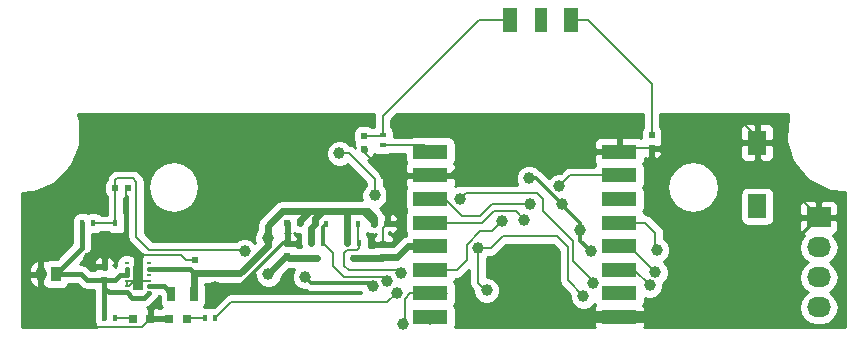
<source format=gbr>
G04 #@! TF.FileFunction,Copper,L1,Top,Signal*
%FSLAX46Y46*%
G04 Gerber Fmt 4.6, Leading zero omitted, Abs format (unit mm)*
G04 Created by KiCad (PCBNEW 4.0.5+dfsg1-4~bpo8+1) date Mon Dec 18 16:44:26 2017*
%MOMM*%
%LPD*%
G01*
G04 APERTURE LIST*
%ADD10C,0.100000*%
%ADD11C,1.000000*%
%ADD12R,3.000000X1.300000*%
%ADD13R,0.400000X0.600000*%
%ADD14R,1.200000X2.000000*%
%ADD15R,1.100000X2.000000*%
%ADD16R,0.950000X1.250000*%
%ADD17O,0.950000X1.250000*%
%ADD18R,0.500000X0.600000*%
%ADD19R,0.600000X0.500000*%
%ADD20R,0.797560X0.797560*%
%ADD21R,0.700000X1.300000*%
%ADD22R,0.400000X0.510000*%
%ADD23R,0.600000X0.400000*%
%ADD24R,1.600000X2.000000*%
%ADD25R,2.032000X1.727200*%
%ADD26O,2.032000X1.727200*%
%ADD27O,0.500000X0.250000*%
%ADD28R,0.900000X2.000000*%
%ADD29C,0.200000*%
%ADD30C,0.400000*%
%ADD31C,0.300000*%
%ADD32C,1.000000*%
%ADD33C,0.600000*%
%ADD34C,0.800000*%
%ADD35C,0.254000*%
G04 APERTURE END LIST*
D10*
D11*
X180000000Y-110100000D03*
X178200000Y-110100000D03*
X176300000Y-110100000D03*
X137700000Y-110000000D03*
X135700000Y-110000000D03*
X133700000Y-110000000D03*
D12*
X171640000Y-112480000D03*
X171640000Y-114480000D03*
X171640000Y-116480000D03*
X171640000Y-118480000D03*
X171640000Y-120480000D03*
X171640000Y-122480000D03*
X171640000Y-124480000D03*
X171640000Y-126480000D03*
X155640000Y-126480000D03*
X155640000Y-124480000D03*
X155640000Y-122480000D03*
X155640000Y-120480000D03*
X155640000Y-118480000D03*
X155640000Y-116480000D03*
X155640000Y-114480000D03*
X155640000Y-112480000D03*
D13*
X149510000Y-118580000D03*
X148610000Y-118580000D03*
D11*
X166100000Y-112800000D03*
X165500000Y-121300000D03*
X184800000Y-123400000D03*
X126900000Y-111600000D03*
X126800000Y-113200000D03*
X125800000Y-115000000D03*
X122600000Y-118300000D03*
X122600000Y-120100000D03*
X124500000Y-116600000D03*
X122600000Y-116600000D03*
X153100000Y-110100000D03*
X181400000Y-124900000D03*
X176800000Y-124900000D03*
X179100000Y-124900000D03*
X127000000Y-110000000D03*
X164000000Y-123000000D03*
X129300000Y-110000000D03*
X172500000Y-110100000D03*
X131500000Y-110000000D03*
X164000000Y-121400000D03*
D14*
X162420000Y-101340000D03*
X167520000Y-101340000D03*
D15*
X164970000Y-101340000D03*
D16*
X123920000Y-122840000D03*
D17*
X122670000Y-122840000D03*
D18*
X128020000Y-123340000D03*
X128020000Y-122240000D03*
X135670000Y-122740000D03*
X135670000Y-121640000D03*
X174370000Y-111090000D03*
X174370000Y-112190000D03*
X150020000Y-111160000D03*
X150020000Y-112260000D03*
X151650000Y-121410000D03*
X151650000Y-120310000D03*
D19*
X150880000Y-118570000D03*
X151980000Y-118570000D03*
D18*
X143520000Y-121340000D03*
X143520000Y-120240000D03*
D19*
X144620000Y-118530000D03*
X143520000Y-118530000D03*
X128970000Y-115540000D03*
X130070000Y-115540000D03*
D20*
X135019300Y-126640000D03*
X133520700Y-126640000D03*
X130420700Y-126640000D03*
X131919300Y-126640000D03*
D21*
X133710000Y-124540000D03*
X135610000Y-124540000D03*
D22*
X149610000Y-120210000D03*
X148610000Y-120210000D03*
X149110000Y-121510000D03*
X146520000Y-120190000D03*
X145520000Y-120190000D03*
X146020000Y-121490000D03*
D13*
X126170000Y-118540000D03*
X127070000Y-118540000D03*
X128970000Y-118540000D03*
X129870000Y-118540000D03*
X137420000Y-126540000D03*
X136520000Y-126540000D03*
X128020000Y-126540000D03*
X128920000Y-126540000D03*
D23*
X151610000Y-111950000D03*
X151610000Y-111050000D03*
D13*
X146770000Y-118570000D03*
X145870000Y-118570000D03*
D24*
X183300000Y-111700000D03*
X183300000Y-117100000D03*
D25*
X188520000Y-118040000D03*
D26*
X188520000Y-120580000D03*
X188520000Y-123120000D03*
X188520000Y-125660000D03*
D11*
X183600000Y-124900000D03*
D27*
X131820000Y-124390000D03*
X131820000Y-123890000D03*
X131820000Y-123390000D03*
X131820000Y-122890000D03*
X131820000Y-122390000D03*
X131820000Y-121890000D03*
X129920000Y-121890000D03*
X129920000Y-122390000D03*
X129920000Y-122890000D03*
X129920000Y-123390000D03*
X129920000Y-123890000D03*
X129920000Y-124390000D03*
D28*
X130870000Y-123140000D03*
D11*
X126700000Y-121500000D03*
X162400000Y-113800000D03*
X158440000Y-125460000D03*
X165690000Y-123000000D03*
X172540000Y-112490000D03*
X161670000Y-111980000D03*
X151770000Y-114340000D03*
X137380000Y-123970000D03*
X169200000Y-120900000D03*
X145040000Y-123080000D03*
X150740000Y-123860000D03*
X168330000Y-119070000D03*
X166780000Y-116930000D03*
X164000000Y-114700000D03*
X141870000Y-119810000D03*
X141910000Y-122850000D03*
X183290000Y-117060000D03*
X168600000Y-124710000D03*
X159670000Y-120640000D03*
X160400000Y-124200000D03*
X153170000Y-122710000D03*
X151970000Y-123430000D03*
X139910000Y-120910000D03*
X152800000Y-124400000D03*
X150940000Y-116160000D03*
X147930000Y-112610000D03*
X163560000Y-118220000D03*
X174700000Y-122700000D03*
X164040000Y-116880000D03*
X166570000Y-115410000D03*
X155600000Y-126650000D03*
X171650000Y-124480000D03*
X174200000Y-123800000D03*
X174800000Y-120800000D03*
X153280000Y-127070000D03*
X161730000Y-118340000D03*
X169410000Y-123590000D03*
X158160000Y-116460000D03*
D29*
X151610000Y-111050000D02*
X151610000Y-109490000D01*
X159760000Y-101340000D02*
X162420000Y-101340000D01*
X151610000Y-109490000D02*
X159760000Y-101340000D01*
X150020000Y-111160000D02*
X151500000Y-111160000D01*
X151500000Y-111160000D02*
X151610000Y-111050000D01*
X167520000Y-101340000D02*
X168970000Y-101340000D01*
X174370000Y-106740000D02*
X174370000Y-111090000D01*
X168970000Y-101340000D02*
X174370000Y-106740000D01*
D30*
X123920000Y-122840000D02*
X126070000Y-122840000D01*
X126570000Y-123340000D02*
X128020000Y-123340000D01*
X126070000Y-122840000D02*
X126570000Y-123340000D01*
X126170000Y-118540000D02*
X126170000Y-120590000D01*
X126170000Y-120590000D02*
X123920000Y-122840000D01*
X128020000Y-126540000D02*
X128020000Y-123340000D01*
X129920000Y-124390000D02*
X128410000Y-124390000D01*
X128410000Y-124390000D02*
X128020000Y-124000000D01*
D29*
X128020000Y-124000000D02*
X128020000Y-123340000D01*
X131820000Y-124390000D02*
X131820000Y-124470000D01*
D30*
X131820000Y-124470000D02*
X131410000Y-124880000D01*
X131410000Y-124880000D02*
X130410000Y-124880000D01*
X130410000Y-124880000D02*
X129920000Y-124390000D01*
X129920000Y-122390000D02*
X129920000Y-122890000D01*
X128020000Y-123340000D02*
X128910000Y-123340000D01*
X129360000Y-122890000D02*
X129920000Y-122890000D01*
X128910000Y-123340000D02*
X129360000Y-122890000D01*
D31*
X143520000Y-120240000D02*
X143160000Y-120240000D01*
X139430000Y-123970000D02*
X137380000Y-123970000D01*
X143160000Y-120240000D02*
X139430000Y-123970000D01*
D29*
X128020000Y-122240000D02*
X127440000Y-122240000D01*
X127440000Y-122240000D02*
X126700000Y-121500000D01*
X161670000Y-113070000D02*
X161670000Y-111980000D01*
X162400000Y-113800000D02*
X161670000Y-113070000D01*
D32*
X171640000Y-126480000D02*
X180080000Y-126480000D01*
X171640000Y-126480000D02*
X159460000Y-126480000D01*
X159460000Y-126480000D02*
X158440000Y-125460000D01*
D33*
X180200000Y-126400000D02*
X180200000Y-126360000D01*
X180160000Y-126400000D02*
X180200000Y-126400000D01*
X180080000Y-126480000D02*
X180160000Y-126400000D01*
D31*
X165690000Y-123000000D02*
X165690000Y-125810000D01*
X165690000Y-125810000D02*
X166360000Y-126480000D01*
X158440000Y-125460000D02*
X159460000Y-126480000D01*
X159460000Y-126480000D02*
X163500000Y-126480000D01*
X165600000Y-126480000D02*
X166360000Y-126480000D01*
X163500000Y-126480000D02*
X165600000Y-126480000D01*
X166360000Y-126480000D02*
X171640000Y-126480000D01*
X180200000Y-126360000D02*
X188520000Y-118040000D01*
D29*
X172540000Y-112490000D02*
X172530000Y-112480000D01*
X172530000Y-112480000D02*
X171640000Y-112480000D01*
X174370000Y-112190000D02*
X171930000Y-112190000D01*
X171930000Y-112190000D02*
X171640000Y-112480000D01*
X183300000Y-111700000D02*
X183300000Y-111220000D01*
X183300000Y-111220000D02*
X182020000Y-109940000D01*
X175090000Y-112190000D02*
X174370000Y-112190000D01*
X175320000Y-111960000D02*
X175090000Y-112190000D01*
X175320000Y-110590000D02*
X175320000Y-111960000D01*
X175970000Y-109940000D02*
X175320000Y-110590000D01*
X182020000Y-109940000D02*
X175970000Y-109940000D01*
X171640000Y-112480000D02*
X162170000Y-112480000D01*
X162170000Y-112480000D02*
X161670000Y-111980000D01*
X183300000Y-111700000D02*
X183300000Y-112820000D01*
X183300000Y-112820000D02*
X188520000Y-118040000D01*
X157320000Y-114480000D02*
X155640000Y-114480000D01*
X159570000Y-112230000D02*
X157320000Y-114480000D01*
X161420000Y-112230000D02*
X159570000Y-112230000D01*
X161670000Y-111980000D02*
X161420000Y-112230000D01*
X151770000Y-114340000D02*
X151810000Y-114340000D01*
X151980000Y-114510000D02*
X151980000Y-118570000D01*
X151810000Y-114340000D02*
X151980000Y-114510000D01*
X151940000Y-114430000D02*
X151860000Y-114430000D01*
X151860000Y-114430000D02*
X151770000Y-114340000D01*
X150020000Y-112260000D02*
X150020000Y-112510000D01*
X150020000Y-112510000D02*
X151940000Y-114430000D01*
X151940000Y-114430000D02*
X151990000Y-114480000D01*
X151990000Y-114480000D02*
X155640000Y-114480000D01*
X129870000Y-118540000D02*
X129870000Y-115740000D01*
X129870000Y-115740000D02*
X130070000Y-115540000D01*
X129870000Y-118540000D02*
X129870000Y-119880000D01*
X129870000Y-119880000D02*
X131190000Y-121200000D01*
X128020000Y-122240000D02*
X128020000Y-121480000D01*
X128300000Y-121200000D02*
X131190000Y-121200000D01*
X128020000Y-121480000D02*
X128300000Y-121200000D01*
X135670000Y-121640000D02*
X134930000Y-121640000D01*
D34*
X130870000Y-121520000D02*
X130870000Y-123140000D01*
D29*
X131190000Y-121200000D02*
X130870000Y-121520000D01*
X134490000Y-121200000D02*
X131190000Y-121200000D01*
X134930000Y-121640000D02*
X134490000Y-121200000D01*
X122670000Y-122840000D02*
X122670000Y-123570000D01*
X122670000Y-123570000D02*
X124920000Y-125820000D01*
X124920000Y-125820000D02*
X125540000Y-125820000D01*
X125540000Y-125820000D02*
X127050000Y-127330000D01*
X127050000Y-127330000D02*
X131229300Y-127330000D01*
X131229300Y-127330000D02*
X131919300Y-126640000D01*
X131919300Y-126640000D02*
X133520700Y-126640000D01*
X129920000Y-123890000D02*
X130120000Y-123890000D01*
X130120000Y-123890000D02*
X130870000Y-123140000D01*
X131820000Y-123390000D02*
X131120000Y-123390000D01*
X131120000Y-123390000D02*
X130870000Y-123140000D01*
X129920000Y-123390000D02*
X130620000Y-123390000D01*
X130620000Y-123390000D02*
X130870000Y-123140000D01*
X129920000Y-123890000D02*
X129920000Y-123390000D01*
X151650000Y-120310000D02*
X151650000Y-118900000D01*
X151650000Y-118900000D02*
X151980000Y-118570000D01*
D31*
X143520000Y-120240000D02*
X143520000Y-118530000D01*
D33*
X148610000Y-118580000D02*
X148610000Y-117530000D01*
X148600000Y-117540000D02*
X148600000Y-117560000D01*
X148610000Y-117530000D02*
X148600000Y-117540000D01*
X135610000Y-124540000D02*
X135610000Y-122800000D01*
X135610000Y-122800000D02*
X135670000Y-122740000D01*
X135670000Y-122740000D02*
X139560000Y-122740000D01*
X139560000Y-122740000D02*
X141870000Y-120430000D01*
X141870000Y-120430000D02*
X141870000Y-119810000D01*
X150880000Y-118570000D02*
X150880000Y-118080000D01*
X143070000Y-117530000D02*
X141870000Y-118730000D01*
X150330000Y-117530000D02*
X143070000Y-117530000D01*
X150880000Y-118080000D02*
X150330000Y-117530000D01*
X141870000Y-118730000D02*
X141870000Y-119810000D01*
X145520000Y-120190000D02*
X145520000Y-118920000D01*
X145520000Y-118920000D02*
X145870000Y-118570000D01*
X145870000Y-118570000D02*
X145870000Y-118130000D01*
X145870000Y-118130000D02*
X146440000Y-117560000D01*
X144620000Y-118530000D02*
X144620000Y-118280000D01*
X144620000Y-118280000D02*
X145340000Y-117560000D01*
X148610000Y-120210000D02*
X148610000Y-118580000D01*
D31*
X168330000Y-118540000D02*
X168330000Y-119070000D01*
X164000000Y-114700000D02*
X164550000Y-114700000D01*
X164550000Y-114700000D02*
X166780000Y-116930000D01*
X145870000Y-118130000D02*
X146440000Y-117560000D01*
X144620000Y-118280000D02*
X145340000Y-117560000D01*
X148600000Y-117560000D02*
X146440000Y-117560000D01*
X146440000Y-117560000D02*
X145340000Y-117560000D01*
X145340000Y-117560000D02*
X143040000Y-117560000D01*
X143040000Y-117560000D02*
X141870000Y-118730000D01*
X141870000Y-118730000D02*
X141870000Y-119810000D01*
X149870000Y-117560000D02*
X150880000Y-118570000D01*
X148600000Y-117560000D02*
X149870000Y-117560000D01*
X168330000Y-119070000D02*
X168330000Y-120030000D01*
X168330000Y-120030000D02*
X169200000Y-120900000D01*
X164550000Y-114700000D02*
X166780000Y-116930000D01*
X145570000Y-123610000D02*
X145040000Y-123080000D01*
X150490000Y-123610000D02*
X145570000Y-123610000D01*
D29*
X150740000Y-123860000D02*
X150490000Y-123610000D01*
X141870000Y-119810000D02*
X141870000Y-120430000D01*
D30*
X141870000Y-120430000D02*
X139560000Y-122740000D01*
D29*
X166780000Y-116930000D02*
X166780000Y-116990000D01*
D31*
X166780000Y-116990000D02*
X168330000Y-118540000D01*
D30*
X131820000Y-122390000D02*
X135320000Y-122390000D01*
X135320000Y-122390000D02*
X135670000Y-122740000D01*
D29*
X135610000Y-122800000D02*
X135670000Y-122740000D01*
D31*
X145520000Y-118920000D02*
X145870000Y-118570000D01*
D33*
X151650000Y-121410000D02*
X152850000Y-121410000D01*
X153780000Y-120480000D02*
X155640000Y-120480000D01*
X152850000Y-121410000D02*
X153780000Y-120480000D01*
X149110000Y-121510000D02*
X151550000Y-121510000D01*
X151550000Y-121510000D02*
X151650000Y-121410000D01*
D31*
X151650000Y-121410000D02*
X149210000Y-121410000D01*
D29*
X149210000Y-121410000D02*
X149110000Y-121510000D01*
D33*
X143520000Y-121340000D02*
X143420000Y-121340000D01*
X143420000Y-121340000D02*
X141910000Y-122850000D01*
X146020000Y-121490000D02*
X143670000Y-121490000D01*
D31*
X143670000Y-121490000D02*
X143520000Y-121340000D01*
D29*
X136520000Y-126540000D02*
X135119300Y-126540000D01*
X135119300Y-126540000D02*
X135019300Y-126640000D01*
X128920000Y-126540000D02*
X130320700Y-126540000D01*
X130320700Y-126540000D02*
X130420700Y-126640000D01*
D30*
X131820000Y-123890000D02*
X133060000Y-123890000D01*
X133060000Y-123890000D02*
X133710000Y-124540000D01*
D29*
X183290000Y-117060000D02*
X183300000Y-117070000D01*
X160770000Y-120640000D02*
X161760000Y-119650000D01*
X161760000Y-119650000D02*
X166340000Y-119650000D01*
X166340000Y-119650000D02*
X167260000Y-120570000D01*
X167260000Y-120570000D02*
X167260000Y-123370000D01*
X167260000Y-123370000D02*
X168600000Y-124710000D01*
X159670000Y-120640000D02*
X160770000Y-120640000D01*
X160400000Y-124200000D02*
X160300000Y-124200000D01*
X160300000Y-124200000D02*
X159670000Y-123570000D01*
X183300000Y-117070000D02*
X183300000Y-117100000D01*
X159670000Y-120640000D02*
X159670000Y-123570000D01*
X149510000Y-118580000D02*
X149510000Y-120110000D01*
X149510000Y-120110000D02*
X149610000Y-120210000D01*
X149610000Y-120210000D02*
X149610000Y-119970000D01*
X149610000Y-120670000D02*
X149610000Y-120210000D01*
X149440000Y-120840000D02*
X149610000Y-120670000D01*
X148580000Y-120840000D02*
X149440000Y-120840000D01*
X148360000Y-121060000D02*
X148580000Y-120840000D01*
X148360000Y-122170000D02*
X148360000Y-121060000D01*
X148720000Y-122530000D02*
X148360000Y-122170000D01*
X152990000Y-122530000D02*
X148720000Y-122530000D01*
X153170000Y-122710000D02*
X152990000Y-122530000D01*
X147360000Y-121030000D02*
X146520000Y-120190000D01*
X147360000Y-122140000D02*
X147360000Y-121030000D01*
X148300000Y-123080000D02*
X147360000Y-122140000D01*
X151620000Y-123080000D02*
X148300000Y-123080000D01*
X151970000Y-123430000D02*
X151620000Y-123080000D01*
D31*
X146520000Y-120190000D02*
X146520000Y-118820000D01*
X146520000Y-118820000D02*
X146770000Y-118570000D01*
D29*
X131810000Y-120760000D02*
X139760000Y-120760000D01*
X139760000Y-120760000D02*
X139910000Y-120910000D01*
X129100000Y-114730000D02*
X128970000Y-114860000D01*
X130430000Y-114730000D02*
X129100000Y-114730000D01*
X130710000Y-115010000D02*
X130430000Y-114730000D01*
X130710000Y-119660000D02*
X130710000Y-115010000D01*
X131810000Y-120760000D02*
X130710000Y-119660000D01*
X128970000Y-114860000D02*
X128970000Y-115540000D01*
X139910000Y-120910000D02*
X139760000Y-120760000D01*
X128970000Y-115540000D02*
X128970000Y-118540000D01*
X127070000Y-118540000D02*
X128970000Y-118540000D01*
X138760000Y-125200000D02*
X137420000Y-126540000D01*
X152000000Y-125200000D02*
X138760000Y-125200000D01*
X152800000Y-124400000D02*
X152000000Y-125200000D01*
X147930000Y-112610000D02*
X148730000Y-112610000D01*
X150940000Y-114820000D02*
X150940000Y-116160000D01*
X148730000Y-112610000D02*
X150940000Y-114820000D01*
X161020000Y-117510000D02*
X162850000Y-117510000D01*
X162850000Y-117510000D02*
X163560000Y-118220000D01*
X160765000Y-117765000D02*
X161020000Y-117510000D01*
X160050000Y-118480000D02*
X155640000Y-118480000D01*
X160765000Y-117765000D02*
X160050000Y-118480000D01*
X174700000Y-122700000D02*
X172480000Y-120480000D01*
X172480000Y-120480000D02*
X171640000Y-120480000D01*
X171050000Y-120480000D02*
X171640000Y-120480000D01*
X155640000Y-116480000D02*
X156840000Y-116480000D01*
X156840000Y-116480000D02*
X158290000Y-117930000D01*
X160890000Y-116880000D02*
X164040000Y-116880000D01*
X159840000Y-117930000D02*
X160890000Y-116880000D01*
X158290000Y-117930000D02*
X159840000Y-117930000D01*
X167500000Y-114480000D02*
X171640000Y-114480000D01*
X166570000Y-115410000D02*
X167500000Y-114480000D01*
X155600000Y-126650000D02*
X155640000Y-126610000D01*
X155640000Y-126610000D02*
X155640000Y-126480000D01*
X171650000Y-124480000D02*
X171640000Y-124480000D01*
X174200000Y-123800000D02*
X172880000Y-122480000D01*
X172880000Y-122480000D02*
X171640000Y-122480000D01*
X171730000Y-122480000D02*
X171640000Y-122480000D01*
X173780000Y-118480000D02*
X171640000Y-118480000D01*
X174700000Y-119400000D02*
X173780000Y-118480000D01*
X174700000Y-120700000D02*
X174700000Y-119400000D01*
X174800000Y-120800000D02*
X174700000Y-120700000D01*
X170430000Y-118480000D02*
X171640000Y-118480000D01*
X153940000Y-124480000D02*
X155640000Y-124480000D01*
X153480000Y-124940000D02*
X153940000Y-124480000D01*
X153480000Y-126870000D02*
X153480000Y-124940000D01*
X153280000Y-127070000D02*
X153480000Y-126870000D01*
X157060000Y-124480000D02*
X155640000Y-124480000D01*
X156470000Y-124480000D02*
X155640000Y-124480000D01*
X159840000Y-119210000D02*
X160860000Y-119210000D01*
X160860000Y-119210000D02*
X161730000Y-118340000D01*
X155640000Y-122480000D02*
X157870000Y-122480000D01*
X158700000Y-120350000D02*
X159840000Y-119210000D01*
X158700000Y-121650000D02*
X158700000Y-120350000D01*
X157870000Y-122480000D02*
X158700000Y-121650000D01*
X151610000Y-111950000D02*
X155110000Y-111950000D01*
X155110000Y-111950000D02*
X155640000Y-112480000D01*
X169410000Y-123590000D02*
X169410000Y-123410000D01*
X167700000Y-121700000D02*
X167700000Y-120000000D01*
X167700000Y-120000000D02*
X165180000Y-117480000D01*
X165180000Y-117480000D02*
X165180000Y-116490000D01*
X165180000Y-116490000D02*
X164695000Y-116005000D01*
X158615000Y-116005000D02*
X158160000Y-116460000D01*
X164695000Y-116005000D02*
X158615000Y-116005000D01*
X169410000Y-123410000D02*
X167700000Y-121700000D01*
D35*
G36*
X185912229Y-109429860D02*
X185885222Y-109523302D01*
X185736143Y-111272773D01*
X185765840Y-111538392D01*
X186297603Y-113211744D01*
X186426687Y-113445779D01*
X187558335Y-114788258D01*
X187736139Y-114930301D01*
X187767155Y-114955079D01*
X189326407Y-115762305D01*
X189583171Y-115836516D01*
X190705804Y-115932180D01*
X190705804Y-127349399D01*
X173736441Y-127349399D01*
X173775000Y-127256310D01*
X173775000Y-126765750D01*
X173616250Y-126607000D01*
X171767000Y-126607000D01*
X171767000Y-126627000D01*
X171513000Y-126627000D01*
X171513000Y-126607000D01*
X169663750Y-126607000D01*
X169505000Y-126765750D01*
X169505000Y-127256310D01*
X169543559Y-127349399D01*
X157743011Y-127349399D01*
X157787440Y-127130000D01*
X157787440Y-125830000D01*
X157743162Y-125594683D01*
X157669380Y-125480022D01*
X157736431Y-125381890D01*
X157787440Y-125130000D01*
X157787440Y-124518006D01*
X157795000Y-124480000D01*
X157787440Y-124441994D01*
X157787440Y-123830000D01*
X157743162Y-123594683D01*
X157669380Y-123480022D01*
X157736431Y-123381890D01*
X157770227Y-123215000D01*
X157870000Y-123215000D01*
X158151272Y-123159051D01*
X158389723Y-122999723D01*
X158935000Y-122454447D01*
X158935000Y-123570000D01*
X158987958Y-123836235D01*
X158990949Y-123851272D01*
X159150277Y-124089723D01*
X159264995Y-124204441D01*
X159264803Y-124424775D01*
X159437233Y-124842086D01*
X159756235Y-125161645D01*
X160173244Y-125334803D01*
X160624775Y-125335197D01*
X161042086Y-125162767D01*
X161361645Y-124843765D01*
X161534803Y-124426756D01*
X161535197Y-123975225D01*
X161362767Y-123557914D01*
X161043765Y-123238355D01*
X160626756Y-123065197D01*
X160405000Y-123065003D01*
X160405000Y-121510015D01*
X160540251Y-121375000D01*
X160770000Y-121375000D01*
X161051272Y-121319051D01*
X161289723Y-121159723D01*
X162064447Y-120385000D01*
X166035554Y-120385000D01*
X166525000Y-120874447D01*
X166525000Y-123370000D01*
X166573026Y-123611439D01*
X166580949Y-123651272D01*
X166740277Y-123889723D01*
X167465082Y-124614529D01*
X167464803Y-124934775D01*
X167637233Y-125352086D01*
X167956235Y-125671645D01*
X168373244Y-125844803D01*
X168824775Y-125845197D01*
X169242086Y-125672767D01*
X169542014Y-125373361D01*
X169603328Y-125468646D01*
X169601673Y-125470301D01*
X169505000Y-125703690D01*
X169505000Y-126194250D01*
X169663750Y-126353000D01*
X171513000Y-126353000D01*
X171513000Y-126333000D01*
X171767000Y-126333000D01*
X171767000Y-126353000D01*
X173616250Y-126353000D01*
X173775000Y-126194250D01*
X173775000Y-125703690D01*
X173678327Y-125470301D01*
X173676958Y-125468932D01*
X173736431Y-125381890D01*
X173787440Y-125130000D01*
X173787440Y-124857650D01*
X173973244Y-124934803D01*
X174424775Y-124935197D01*
X174842086Y-124762767D01*
X175161645Y-124443765D01*
X175334803Y-124026756D01*
X175335118Y-123665646D01*
X175342086Y-123662767D01*
X175661645Y-123343765D01*
X175834803Y-122926756D01*
X175835197Y-122475225D01*
X175662767Y-122057914D01*
X175389730Y-121784400D01*
X175442086Y-121762767D01*
X175761645Y-121443765D01*
X175934803Y-121026756D01*
X175935192Y-120580000D01*
X186836655Y-120580000D01*
X186950729Y-121153489D01*
X187275585Y-121639670D01*
X187590366Y-121850000D01*
X187275585Y-122060330D01*
X186950729Y-122546511D01*
X186836655Y-123120000D01*
X186950729Y-123693489D01*
X187275585Y-124179670D01*
X187590366Y-124390000D01*
X187275585Y-124600330D01*
X186950729Y-125086511D01*
X186836655Y-125660000D01*
X186950729Y-126233489D01*
X187275585Y-126719670D01*
X187761766Y-127044526D01*
X188335255Y-127158600D01*
X188704745Y-127158600D01*
X189278234Y-127044526D01*
X189764415Y-126719670D01*
X190089271Y-126233489D01*
X190203345Y-125660000D01*
X190089271Y-125086511D01*
X189764415Y-124600330D01*
X189449634Y-124390000D01*
X189764415Y-124179670D01*
X190089271Y-123693489D01*
X190203345Y-123120000D01*
X190089271Y-122546511D01*
X189764415Y-122060330D01*
X189449634Y-121850000D01*
X189764415Y-121639670D01*
X190089271Y-121153489D01*
X190203345Y-120580000D01*
X190089271Y-120006511D01*
X189764415Y-119520330D01*
X189742220Y-119505500D01*
X189895698Y-119441927D01*
X190074327Y-119263299D01*
X190171000Y-119029910D01*
X190171000Y-118325750D01*
X190012250Y-118167000D01*
X188647000Y-118167000D01*
X188647000Y-118187000D01*
X188393000Y-118187000D01*
X188393000Y-118167000D01*
X187027750Y-118167000D01*
X186869000Y-118325750D01*
X186869000Y-119029910D01*
X186965673Y-119263299D01*
X187144302Y-119441927D01*
X187297780Y-119505500D01*
X187275585Y-119520330D01*
X186950729Y-120006511D01*
X186836655Y-120580000D01*
X175935192Y-120580000D01*
X175935197Y-120575225D01*
X175762767Y-120157914D01*
X175443765Y-119838355D01*
X175435000Y-119834715D01*
X175435000Y-119400000D01*
X175384044Y-119143827D01*
X175379051Y-119118727D01*
X175219723Y-118880276D01*
X174299723Y-117960277D01*
X174061272Y-117800949D01*
X173780000Y-117745000D01*
X173771446Y-117745000D01*
X173743162Y-117594683D01*
X173669380Y-117480022D01*
X173736431Y-117381890D01*
X173787440Y-117130000D01*
X173787440Y-115830000D01*
X173743162Y-115594683D01*
X173676932Y-115491758D01*
X175705804Y-115491758D01*
X175872127Y-116327921D01*
X176345776Y-117036786D01*
X177054641Y-117510435D01*
X177890804Y-117676758D01*
X178726967Y-117510435D01*
X179435832Y-117036786D01*
X179909481Y-116327921D01*
X179954817Y-116100000D01*
X181852560Y-116100000D01*
X181852560Y-118100000D01*
X181896838Y-118335317D01*
X182035910Y-118551441D01*
X182248110Y-118696431D01*
X182500000Y-118747440D01*
X184100000Y-118747440D01*
X184335317Y-118703162D01*
X184551441Y-118564090D01*
X184696431Y-118351890D01*
X184747440Y-118100000D01*
X184747440Y-117050090D01*
X186869000Y-117050090D01*
X186869000Y-117754250D01*
X187027750Y-117913000D01*
X188393000Y-117913000D01*
X188393000Y-116700150D01*
X188647000Y-116700150D01*
X188647000Y-117913000D01*
X190012250Y-117913000D01*
X190171000Y-117754250D01*
X190171000Y-117050090D01*
X190074327Y-116816701D01*
X189895698Y-116638073D01*
X189662309Y-116541400D01*
X188805750Y-116541400D01*
X188647000Y-116700150D01*
X188393000Y-116700150D01*
X188234250Y-116541400D01*
X187377691Y-116541400D01*
X187144302Y-116638073D01*
X186965673Y-116816701D01*
X186869000Y-117050090D01*
X184747440Y-117050090D01*
X184747440Y-116100000D01*
X184703162Y-115864683D01*
X184564090Y-115648559D01*
X184351890Y-115503569D01*
X184100000Y-115452560D01*
X182500000Y-115452560D01*
X182264683Y-115496838D01*
X182048559Y-115635910D01*
X181903569Y-115848110D01*
X181852560Y-116100000D01*
X179954817Y-116100000D01*
X180075804Y-115491758D01*
X179909481Y-114655595D01*
X179435832Y-113946730D01*
X178726967Y-113473081D01*
X177890804Y-113306758D01*
X177054641Y-113473081D01*
X176345776Y-113946730D01*
X175872127Y-114655595D01*
X175705804Y-115491758D01*
X173676932Y-115491758D01*
X173669380Y-115480022D01*
X173736431Y-115381890D01*
X173787440Y-115130000D01*
X173787440Y-113830000D01*
X173743162Y-113594683D01*
X173676672Y-113491354D01*
X173678327Y-113489699D01*
X173775000Y-113256310D01*
X173775000Y-113034416D01*
X173993690Y-113125000D01*
X174086250Y-113125000D01*
X174245000Y-112966250D01*
X174245000Y-112317000D01*
X174495000Y-112317000D01*
X174495000Y-112966250D01*
X174653750Y-113125000D01*
X174746310Y-113125000D01*
X174979699Y-113028327D01*
X175158327Y-112849698D01*
X175255000Y-112616309D01*
X175255000Y-112475750D01*
X175096250Y-112317000D01*
X174495000Y-112317000D01*
X174245000Y-112317000D01*
X174223000Y-112317000D01*
X174223000Y-112063000D01*
X174245000Y-112063000D01*
X174245000Y-112043000D01*
X174495000Y-112043000D01*
X174495000Y-112063000D01*
X175096250Y-112063000D01*
X175173500Y-111985750D01*
X181865000Y-111985750D01*
X181865000Y-112826309D01*
X181961673Y-113059698D01*
X182140301Y-113238327D01*
X182373690Y-113335000D01*
X183014250Y-113335000D01*
X183173000Y-113176250D01*
X183173000Y-111827000D01*
X183427000Y-111827000D01*
X183427000Y-113176250D01*
X183585750Y-113335000D01*
X184226310Y-113335000D01*
X184459699Y-113238327D01*
X184638327Y-113059698D01*
X184735000Y-112826309D01*
X184735000Y-111985750D01*
X184576250Y-111827000D01*
X183427000Y-111827000D01*
X183173000Y-111827000D01*
X182023750Y-111827000D01*
X181865000Y-111985750D01*
X175173500Y-111985750D01*
X175255000Y-111904250D01*
X175255000Y-111763691D01*
X175209033Y-111652717D01*
X175216431Y-111641890D01*
X175267440Y-111390000D01*
X175267440Y-110790000D01*
X175226739Y-110573691D01*
X181865000Y-110573691D01*
X181865000Y-111414250D01*
X182023750Y-111573000D01*
X183173000Y-111573000D01*
X183173000Y-110223750D01*
X183427000Y-110223750D01*
X183427000Y-111573000D01*
X184576250Y-111573000D01*
X184735000Y-111414250D01*
X184735000Y-110573691D01*
X184638327Y-110340302D01*
X184459699Y-110161673D01*
X184226310Y-110065000D01*
X183585750Y-110065000D01*
X183427000Y-110223750D01*
X183173000Y-110223750D01*
X183014250Y-110065000D01*
X182373690Y-110065000D01*
X182140301Y-110161673D01*
X181961673Y-110340302D01*
X181865000Y-110573691D01*
X175226739Y-110573691D01*
X175223162Y-110554683D01*
X175105000Y-110371054D01*
X175105000Y-109327000D01*
X185941958Y-109327000D01*
X185912229Y-109429860D01*
X185912229Y-109429860D01*
G37*
X185912229Y-109429860D02*
X185885222Y-109523302D01*
X185736143Y-111272773D01*
X185765840Y-111538392D01*
X186297603Y-113211744D01*
X186426687Y-113445779D01*
X187558335Y-114788258D01*
X187736139Y-114930301D01*
X187767155Y-114955079D01*
X189326407Y-115762305D01*
X189583171Y-115836516D01*
X190705804Y-115932180D01*
X190705804Y-127349399D01*
X173736441Y-127349399D01*
X173775000Y-127256310D01*
X173775000Y-126765750D01*
X173616250Y-126607000D01*
X171767000Y-126607000D01*
X171767000Y-126627000D01*
X171513000Y-126627000D01*
X171513000Y-126607000D01*
X169663750Y-126607000D01*
X169505000Y-126765750D01*
X169505000Y-127256310D01*
X169543559Y-127349399D01*
X157743011Y-127349399D01*
X157787440Y-127130000D01*
X157787440Y-125830000D01*
X157743162Y-125594683D01*
X157669380Y-125480022D01*
X157736431Y-125381890D01*
X157787440Y-125130000D01*
X157787440Y-124518006D01*
X157795000Y-124480000D01*
X157787440Y-124441994D01*
X157787440Y-123830000D01*
X157743162Y-123594683D01*
X157669380Y-123480022D01*
X157736431Y-123381890D01*
X157770227Y-123215000D01*
X157870000Y-123215000D01*
X158151272Y-123159051D01*
X158389723Y-122999723D01*
X158935000Y-122454447D01*
X158935000Y-123570000D01*
X158987958Y-123836235D01*
X158990949Y-123851272D01*
X159150277Y-124089723D01*
X159264995Y-124204441D01*
X159264803Y-124424775D01*
X159437233Y-124842086D01*
X159756235Y-125161645D01*
X160173244Y-125334803D01*
X160624775Y-125335197D01*
X161042086Y-125162767D01*
X161361645Y-124843765D01*
X161534803Y-124426756D01*
X161535197Y-123975225D01*
X161362767Y-123557914D01*
X161043765Y-123238355D01*
X160626756Y-123065197D01*
X160405000Y-123065003D01*
X160405000Y-121510015D01*
X160540251Y-121375000D01*
X160770000Y-121375000D01*
X161051272Y-121319051D01*
X161289723Y-121159723D01*
X162064447Y-120385000D01*
X166035554Y-120385000D01*
X166525000Y-120874447D01*
X166525000Y-123370000D01*
X166573026Y-123611439D01*
X166580949Y-123651272D01*
X166740277Y-123889723D01*
X167465082Y-124614529D01*
X167464803Y-124934775D01*
X167637233Y-125352086D01*
X167956235Y-125671645D01*
X168373244Y-125844803D01*
X168824775Y-125845197D01*
X169242086Y-125672767D01*
X169542014Y-125373361D01*
X169603328Y-125468646D01*
X169601673Y-125470301D01*
X169505000Y-125703690D01*
X169505000Y-126194250D01*
X169663750Y-126353000D01*
X171513000Y-126353000D01*
X171513000Y-126333000D01*
X171767000Y-126333000D01*
X171767000Y-126353000D01*
X173616250Y-126353000D01*
X173775000Y-126194250D01*
X173775000Y-125703690D01*
X173678327Y-125470301D01*
X173676958Y-125468932D01*
X173736431Y-125381890D01*
X173787440Y-125130000D01*
X173787440Y-124857650D01*
X173973244Y-124934803D01*
X174424775Y-124935197D01*
X174842086Y-124762767D01*
X175161645Y-124443765D01*
X175334803Y-124026756D01*
X175335118Y-123665646D01*
X175342086Y-123662767D01*
X175661645Y-123343765D01*
X175834803Y-122926756D01*
X175835197Y-122475225D01*
X175662767Y-122057914D01*
X175389730Y-121784400D01*
X175442086Y-121762767D01*
X175761645Y-121443765D01*
X175934803Y-121026756D01*
X175935192Y-120580000D01*
X186836655Y-120580000D01*
X186950729Y-121153489D01*
X187275585Y-121639670D01*
X187590366Y-121850000D01*
X187275585Y-122060330D01*
X186950729Y-122546511D01*
X186836655Y-123120000D01*
X186950729Y-123693489D01*
X187275585Y-124179670D01*
X187590366Y-124390000D01*
X187275585Y-124600330D01*
X186950729Y-125086511D01*
X186836655Y-125660000D01*
X186950729Y-126233489D01*
X187275585Y-126719670D01*
X187761766Y-127044526D01*
X188335255Y-127158600D01*
X188704745Y-127158600D01*
X189278234Y-127044526D01*
X189764415Y-126719670D01*
X190089271Y-126233489D01*
X190203345Y-125660000D01*
X190089271Y-125086511D01*
X189764415Y-124600330D01*
X189449634Y-124390000D01*
X189764415Y-124179670D01*
X190089271Y-123693489D01*
X190203345Y-123120000D01*
X190089271Y-122546511D01*
X189764415Y-122060330D01*
X189449634Y-121850000D01*
X189764415Y-121639670D01*
X190089271Y-121153489D01*
X190203345Y-120580000D01*
X190089271Y-120006511D01*
X189764415Y-119520330D01*
X189742220Y-119505500D01*
X189895698Y-119441927D01*
X190074327Y-119263299D01*
X190171000Y-119029910D01*
X190171000Y-118325750D01*
X190012250Y-118167000D01*
X188647000Y-118167000D01*
X188647000Y-118187000D01*
X188393000Y-118187000D01*
X188393000Y-118167000D01*
X187027750Y-118167000D01*
X186869000Y-118325750D01*
X186869000Y-119029910D01*
X186965673Y-119263299D01*
X187144302Y-119441927D01*
X187297780Y-119505500D01*
X187275585Y-119520330D01*
X186950729Y-120006511D01*
X186836655Y-120580000D01*
X175935192Y-120580000D01*
X175935197Y-120575225D01*
X175762767Y-120157914D01*
X175443765Y-119838355D01*
X175435000Y-119834715D01*
X175435000Y-119400000D01*
X175384044Y-119143827D01*
X175379051Y-119118727D01*
X175219723Y-118880276D01*
X174299723Y-117960277D01*
X174061272Y-117800949D01*
X173780000Y-117745000D01*
X173771446Y-117745000D01*
X173743162Y-117594683D01*
X173669380Y-117480022D01*
X173736431Y-117381890D01*
X173787440Y-117130000D01*
X173787440Y-115830000D01*
X173743162Y-115594683D01*
X173676932Y-115491758D01*
X175705804Y-115491758D01*
X175872127Y-116327921D01*
X176345776Y-117036786D01*
X177054641Y-117510435D01*
X177890804Y-117676758D01*
X178726967Y-117510435D01*
X179435832Y-117036786D01*
X179909481Y-116327921D01*
X179954817Y-116100000D01*
X181852560Y-116100000D01*
X181852560Y-118100000D01*
X181896838Y-118335317D01*
X182035910Y-118551441D01*
X182248110Y-118696431D01*
X182500000Y-118747440D01*
X184100000Y-118747440D01*
X184335317Y-118703162D01*
X184551441Y-118564090D01*
X184696431Y-118351890D01*
X184747440Y-118100000D01*
X184747440Y-117050090D01*
X186869000Y-117050090D01*
X186869000Y-117754250D01*
X187027750Y-117913000D01*
X188393000Y-117913000D01*
X188393000Y-116700150D01*
X188647000Y-116700150D01*
X188647000Y-117913000D01*
X190012250Y-117913000D01*
X190171000Y-117754250D01*
X190171000Y-117050090D01*
X190074327Y-116816701D01*
X189895698Y-116638073D01*
X189662309Y-116541400D01*
X188805750Y-116541400D01*
X188647000Y-116700150D01*
X188393000Y-116700150D01*
X188234250Y-116541400D01*
X187377691Y-116541400D01*
X187144302Y-116638073D01*
X186965673Y-116816701D01*
X186869000Y-117050090D01*
X184747440Y-117050090D01*
X184747440Y-116100000D01*
X184703162Y-115864683D01*
X184564090Y-115648559D01*
X184351890Y-115503569D01*
X184100000Y-115452560D01*
X182500000Y-115452560D01*
X182264683Y-115496838D01*
X182048559Y-115635910D01*
X181903569Y-115848110D01*
X181852560Y-116100000D01*
X179954817Y-116100000D01*
X180075804Y-115491758D01*
X179909481Y-114655595D01*
X179435832Y-113946730D01*
X178726967Y-113473081D01*
X177890804Y-113306758D01*
X177054641Y-113473081D01*
X176345776Y-113946730D01*
X175872127Y-114655595D01*
X175705804Y-115491758D01*
X173676932Y-115491758D01*
X173669380Y-115480022D01*
X173736431Y-115381890D01*
X173787440Y-115130000D01*
X173787440Y-113830000D01*
X173743162Y-113594683D01*
X173676672Y-113491354D01*
X173678327Y-113489699D01*
X173775000Y-113256310D01*
X173775000Y-113034416D01*
X173993690Y-113125000D01*
X174086250Y-113125000D01*
X174245000Y-112966250D01*
X174245000Y-112317000D01*
X174495000Y-112317000D01*
X174495000Y-112966250D01*
X174653750Y-113125000D01*
X174746310Y-113125000D01*
X174979699Y-113028327D01*
X175158327Y-112849698D01*
X175255000Y-112616309D01*
X175255000Y-112475750D01*
X175096250Y-112317000D01*
X174495000Y-112317000D01*
X174245000Y-112317000D01*
X174223000Y-112317000D01*
X174223000Y-112063000D01*
X174245000Y-112063000D01*
X174245000Y-112043000D01*
X174495000Y-112043000D01*
X174495000Y-112063000D01*
X175096250Y-112063000D01*
X175173500Y-111985750D01*
X181865000Y-111985750D01*
X181865000Y-112826309D01*
X181961673Y-113059698D01*
X182140301Y-113238327D01*
X182373690Y-113335000D01*
X183014250Y-113335000D01*
X183173000Y-113176250D01*
X183173000Y-111827000D01*
X183427000Y-111827000D01*
X183427000Y-113176250D01*
X183585750Y-113335000D01*
X184226310Y-113335000D01*
X184459699Y-113238327D01*
X184638327Y-113059698D01*
X184735000Y-112826309D01*
X184735000Y-111985750D01*
X184576250Y-111827000D01*
X183427000Y-111827000D01*
X183173000Y-111827000D01*
X182023750Y-111827000D01*
X181865000Y-111985750D01*
X175173500Y-111985750D01*
X175255000Y-111904250D01*
X175255000Y-111763691D01*
X175209033Y-111652717D01*
X175216431Y-111641890D01*
X175267440Y-111390000D01*
X175267440Y-110790000D01*
X175226739Y-110573691D01*
X181865000Y-110573691D01*
X181865000Y-111414250D01*
X182023750Y-111573000D01*
X183173000Y-111573000D01*
X183173000Y-110223750D01*
X183427000Y-110223750D01*
X183427000Y-111573000D01*
X184576250Y-111573000D01*
X184735000Y-111414250D01*
X184735000Y-110573691D01*
X184638327Y-110340302D01*
X184459699Y-110161673D01*
X184226310Y-110065000D01*
X183585750Y-110065000D01*
X183427000Y-110223750D01*
X183173000Y-110223750D01*
X183014250Y-110065000D01*
X182373690Y-110065000D01*
X182140301Y-110161673D01*
X181961673Y-110340302D01*
X181865000Y-110573691D01*
X175226739Y-110573691D01*
X175223162Y-110554683D01*
X175105000Y-110371054D01*
X175105000Y-109327000D01*
X185941958Y-109327000D01*
X185912229Y-109429860D01*
G36*
X150875000Y-109490000D02*
X150875000Y-110375331D01*
X150858559Y-110385910D01*
X150831850Y-110425000D01*
X150744669Y-110425000D01*
X150734090Y-110408559D01*
X150521890Y-110263569D01*
X150270000Y-110212560D01*
X149770000Y-110212560D01*
X149534683Y-110256838D01*
X149318559Y-110395910D01*
X149173569Y-110608110D01*
X149122560Y-110860000D01*
X149122560Y-111460000D01*
X149166838Y-111695317D01*
X149182339Y-111719406D01*
X149135000Y-111833691D01*
X149135000Y-111974250D01*
X149293748Y-112132998D01*
X149292444Y-112132998D01*
X149249723Y-112090277D01*
X149011272Y-111930949D01*
X148817362Y-111892378D01*
X148573765Y-111648355D01*
X148156756Y-111475197D01*
X147705225Y-111474803D01*
X147287914Y-111647233D01*
X146968355Y-111966235D01*
X146795197Y-112383244D01*
X146794803Y-112834775D01*
X146967233Y-113252086D01*
X147286235Y-113571645D01*
X147703244Y-113744803D01*
X148154775Y-113745197D01*
X148572086Y-113572767D01*
X148612739Y-113532185D01*
X150205000Y-115124447D01*
X150205000Y-115289985D01*
X149978355Y-115516235D01*
X149805197Y-115933244D01*
X149804803Y-116384775D01*
X149891667Y-116595000D01*
X143070000Y-116595000D01*
X142712191Y-116666173D01*
X142408855Y-116868855D01*
X141208855Y-118068855D01*
X141006173Y-118372191D01*
X140935000Y-118730000D01*
X140935000Y-119139636D01*
X140908355Y-119166235D01*
X140735197Y-119583244D01*
X140734803Y-120034775D01*
X140795657Y-120182053D01*
X140791353Y-120186357D01*
X140553765Y-119948355D01*
X140136756Y-119775197D01*
X139685225Y-119774803D01*
X139267914Y-119947233D01*
X139190011Y-120025000D01*
X132114447Y-120025000D01*
X131445000Y-119355554D01*
X131445000Y-115491758D01*
X131705804Y-115491758D01*
X131872127Y-116327921D01*
X132345776Y-117036786D01*
X133054641Y-117510435D01*
X133890804Y-117676758D01*
X134726967Y-117510435D01*
X135435832Y-117036786D01*
X135909481Y-116327921D01*
X136075804Y-115491758D01*
X135909481Y-114655595D01*
X135435832Y-113946730D01*
X134726967Y-113473081D01*
X133890804Y-113306758D01*
X133054641Y-113473081D01*
X132345776Y-113946730D01*
X131872127Y-114655595D01*
X131705804Y-115491758D01*
X131445000Y-115491758D01*
X131445000Y-115010000D01*
X131389051Y-114728728D01*
X131366350Y-114694754D01*
X131229724Y-114490277D01*
X130949723Y-114210277D01*
X130711272Y-114050949D01*
X130430000Y-113995000D01*
X129100000Y-113995000D01*
X128818728Y-114050949D01*
X128580277Y-114210276D01*
X128450277Y-114340277D01*
X128290949Y-114578728D01*
X128245190Y-114808774D01*
X128218559Y-114825910D01*
X128073569Y-115038110D01*
X128022560Y-115290000D01*
X128022560Y-115790000D01*
X128066838Y-116025317D01*
X128205910Y-116241441D01*
X128235000Y-116261317D01*
X128235000Y-117805000D01*
X127744669Y-117805000D01*
X127734090Y-117788559D01*
X127521890Y-117643569D01*
X127270000Y-117592560D01*
X126870000Y-117592560D01*
X126634683Y-117636838D01*
X126623021Y-117644342D01*
X126621890Y-117643569D01*
X126370000Y-117592560D01*
X125970000Y-117592560D01*
X125734683Y-117636838D01*
X125518559Y-117775910D01*
X125373569Y-117988110D01*
X125322560Y-118240000D01*
X125322560Y-118840000D01*
X125335000Y-118906113D01*
X125335000Y-120244131D01*
X124011572Y-121567560D01*
X123445000Y-121567560D01*
X123209683Y-121611838D01*
X123097174Y-121684235D01*
X122967938Y-121620732D01*
X122797000Y-121747266D01*
X122797000Y-122713000D01*
X122797560Y-122713000D01*
X122797560Y-122967000D01*
X122797000Y-122967000D01*
X122797000Y-123932734D01*
X122967938Y-124059268D01*
X123097075Y-123995813D01*
X123193110Y-124061431D01*
X123445000Y-124112440D01*
X124395000Y-124112440D01*
X124630317Y-124068162D01*
X124846441Y-123929090D01*
X124991431Y-123716890D01*
X124999914Y-123675000D01*
X125724132Y-123675000D01*
X125979566Y-123930434D01*
X126250460Y-124111440D01*
X126570000Y-124175000D01*
X127185000Y-124175000D01*
X127185000Y-126178569D01*
X127172560Y-126240000D01*
X127172560Y-126840000D01*
X127216838Y-127075317D01*
X127355910Y-127291441D01*
X127440734Y-127349399D01*
X121075804Y-127349399D01*
X121075804Y-123141131D01*
X121568771Y-123141131D01*
X121710432Y-123551049D01*
X121998179Y-123875552D01*
X122372062Y-124059268D01*
X122543000Y-123932734D01*
X122543000Y-122967000D01*
X121717437Y-122967000D01*
X121568771Y-123141131D01*
X121075804Y-123141131D01*
X121075804Y-122538869D01*
X121568771Y-122538869D01*
X121717437Y-122713000D01*
X122543000Y-122713000D01*
X122543000Y-121747266D01*
X122372062Y-121620732D01*
X121998179Y-121804448D01*
X121710432Y-122128951D01*
X121568771Y-122538869D01*
X121075804Y-122538869D01*
X121075804Y-115956314D01*
X121844816Y-115919797D01*
X121962262Y-115890582D01*
X122080711Y-115865801D01*
X123696143Y-115177868D01*
X123916893Y-115027187D01*
X125146100Y-113773420D01*
X125292383Y-113549732D01*
X125948225Y-111921006D01*
X125997772Y-111658364D01*
X125980404Y-109902637D01*
X125979096Y-109896387D01*
X125925671Y-109641027D01*
X125791942Y-109327000D01*
X150907423Y-109327000D01*
X150875000Y-109490000D01*
X150875000Y-109490000D01*
G37*
X150875000Y-109490000D02*
X150875000Y-110375331D01*
X150858559Y-110385910D01*
X150831850Y-110425000D01*
X150744669Y-110425000D01*
X150734090Y-110408559D01*
X150521890Y-110263569D01*
X150270000Y-110212560D01*
X149770000Y-110212560D01*
X149534683Y-110256838D01*
X149318559Y-110395910D01*
X149173569Y-110608110D01*
X149122560Y-110860000D01*
X149122560Y-111460000D01*
X149166838Y-111695317D01*
X149182339Y-111719406D01*
X149135000Y-111833691D01*
X149135000Y-111974250D01*
X149293748Y-112132998D01*
X149292444Y-112132998D01*
X149249723Y-112090277D01*
X149011272Y-111930949D01*
X148817362Y-111892378D01*
X148573765Y-111648355D01*
X148156756Y-111475197D01*
X147705225Y-111474803D01*
X147287914Y-111647233D01*
X146968355Y-111966235D01*
X146795197Y-112383244D01*
X146794803Y-112834775D01*
X146967233Y-113252086D01*
X147286235Y-113571645D01*
X147703244Y-113744803D01*
X148154775Y-113745197D01*
X148572086Y-113572767D01*
X148612739Y-113532185D01*
X150205000Y-115124447D01*
X150205000Y-115289985D01*
X149978355Y-115516235D01*
X149805197Y-115933244D01*
X149804803Y-116384775D01*
X149891667Y-116595000D01*
X143070000Y-116595000D01*
X142712191Y-116666173D01*
X142408855Y-116868855D01*
X141208855Y-118068855D01*
X141006173Y-118372191D01*
X140935000Y-118730000D01*
X140935000Y-119139636D01*
X140908355Y-119166235D01*
X140735197Y-119583244D01*
X140734803Y-120034775D01*
X140795657Y-120182053D01*
X140791353Y-120186357D01*
X140553765Y-119948355D01*
X140136756Y-119775197D01*
X139685225Y-119774803D01*
X139267914Y-119947233D01*
X139190011Y-120025000D01*
X132114447Y-120025000D01*
X131445000Y-119355554D01*
X131445000Y-115491758D01*
X131705804Y-115491758D01*
X131872127Y-116327921D01*
X132345776Y-117036786D01*
X133054641Y-117510435D01*
X133890804Y-117676758D01*
X134726967Y-117510435D01*
X135435832Y-117036786D01*
X135909481Y-116327921D01*
X136075804Y-115491758D01*
X135909481Y-114655595D01*
X135435832Y-113946730D01*
X134726967Y-113473081D01*
X133890804Y-113306758D01*
X133054641Y-113473081D01*
X132345776Y-113946730D01*
X131872127Y-114655595D01*
X131705804Y-115491758D01*
X131445000Y-115491758D01*
X131445000Y-115010000D01*
X131389051Y-114728728D01*
X131366350Y-114694754D01*
X131229724Y-114490277D01*
X130949723Y-114210277D01*
X130711272Y-114050949D01*
X130430000Y-113995000D01*
X129100000Y-113995000D01*
X128818728Y-114050949D01*
X128580277Y-114210276D01*
X128450277Y-114340277D01*
X128290949Y-114578728D01*
X128245190Y-114808774D01*
X128218559Y-114825910D01*
X128073569Y-115038110D01*
X128022560Y-115290000D01*
X128022560Y-115790000D01*
X128066838Y-116025317D01*
X128205910Y-116241441D01*
X128235000Y-116261317D01*
X128235000Y-117805000D01*
X127744669Y-117805000D01*
X127734090Y-117788559D01*
X127521890Y-117643569D01*
X127270000Y-117592560D01*
X126870000Y-117592560D01*
X126634683Y-117636838D01*
X126623021Y-117644342D01*
X126621890Y-117643569D01*
X126370000Y-117592560D01*
X125970000Y-117592560D01*
X125734683Y-117636838D01*
X125518559Y-117775910D01*
X125373569Y-117988110D01*
X125322560Y-118240000D01*
X125322560Y-118840000D01*
X125335000Y-118906113D01*
X125335000Y-120244131D01*
X124011572Y-121567560D01*
X123445000Y-121567560D01*
X123209683Y-121611838D01*
X123097174Y-121684235D01*
X122967938Y-121620732D01*
X122797000Y-121747266D01*
X122797000Y-122713000D01*
X122797560Y-122713000D01*
X122797560Y-122967000D01*
X122797000Y-122967000D01*
X122797000Y-123932734D01*
X122967938Y-124059268D01*
X123097075Y-123995813D01*
X123193110Y-124061431D01*
X123445000Y-124112440D01*
X124395000Y-124112440D01*
X124630317Y-124068162D01*
X124846441Y-123929090D01*
X124991431Y-123716890D01*
X124999914Y-123675000D01*
X125724132Y-123675000D01*
X125979566Y-123930434D01*
X126250460Y-124111440D01*
X126570000Y-124175000D01*
X127185000Y-124175000D01*
X127185000Y-126178569D01*
X127172560Y-126240000D01*
X127172560Y-126840000D01*
X127216838Y-127075317D01*
X127355910Y-127291441D01*
X127440734Y-127349399D01*
X121075804Y-127349399D01*
X121075804Y-123141131D01*
X121568771Y-123141131D01*
X121710432Y-123551049D01*
X121998179Y-123875552D01*
X122372062Y-124059268D01*
X122543000Y-123932734D01*
X122543000Y-122967000D01*
X121717437Y-122967000D01*
X121568771Y-123141131D01*
X121075804Y-123141131D01*
X121075804Y-122538869D01*
X121568771Y-122538869D01*
X121717437Y-122713000D01*
X122543000Y-122713000D01*
X122543000Y-121747266D01*
X122372062Y-121620732D01*
X121998179Y-121804448D01*
X121710432Y-122128951D01*
X121568771Y-122538869D01*
X121075804Y-122538869D01*
X121075804Y-115956314D01*
X121844816Y-115919797D01*
X121962262Y-115890582D01*
X122080711Y-115865801D01*
X123696143Y-115177868D01*
X123916893Y-115027187D01*
X125146100Y-113773420D01*
X125292383Y-113549732D01*
X125948225Y-111921006D01*
X125997772Y-111658364D01*
X125980404Y-109902637D01*
X125979096Y-109896387D01*
X125925671Y-109641027D01*
X125791942Y-109327000D01*
X150907423Y-109327000D01*
X150875000Y-109490000D01*
G36*
X132712560Y-125190000D02*
X132756838Y-125425317D01*
X132895910Y-125641441D01*
X132901447Y-125645224D01*
X132762222Y-125702893D01*
X132720000Y-125745115D01*
X132677778Y-125702893D01*
X132444389Y-125606220D01*
X132205050Y-125606220D01*
X132046300Y-125764970D01*
X132046300Y-126513000D01*
X133393700Y-126513000D01*
X133393700Y-126493000D01*
X133647700Y-126493000D01*
X133647700Y-126513000D01*
X133667700Y-126513000D01*
X133667700Y-126767000D01*
X133647700Y-126767000D01*
X133647700Y-126787000D01*
X133393700Y-126787000D01*
X133393700Y-126767000D01*
X132046300Y-126767000D01*
X132046300Y-126787000D01*
X131792300Y-126787000D01*
X131792300Y-126767000D01*
X131772300Y-126767000D01*
X131772300Y-126513000D01*
X131792300Y-126513000D01*
X131792300Y-125764970D01*
X131687193Y-125659863D01*
X131729541Y-125651439D01*
X132000434Y-125470434D01*
X132410434Y-125060434D01*
X132498989Y-124927902D01*
X132499739Y-124927401D01*
X132634979Y-124725000D01*
X132712560Y-124725000D01*
X132712560Y-125190000D01*
X132712560Y-125190000D01*
G37*
X132712560Y-125190000D02*
X132756838Y-125425317D01*
X132895910Y-125641441D01*
X132901447Y-125645224D01*
X132762222Y-125702893D01*
X132720000Y-125745115D01*
X132677778Y-125702893D01*
X132444389Y-125606220D01*
X132205050Y-125606220D01*
X132046300Y-125764970D01*
X132046300Y-126513000D01*
X133393700Y-126513000D01*
X133393700Y-126493000D01*
X133647700Y-126493000D01*
X133647700Y-126513000D01*
X133667700Y-126513000D01*
X133667700Y-126767000D01*
X133647700Y-126767000D01*
X133647700Y-126787000D01*
X133393700Y-126787000D01*
X133393700Y-126767000D01*
X132046300Y-126767000D01*
X132046300Y-126787000D01*
X131792300Y-126787000D01*
X131792300Y-126767000D01*
X131772300Y-126767000D01*
X131772300Y-126513000D01*
X131792300Y-126513000D01*
X131792300Y-125764970D01*
X131687193Y-125659863D01*
X131729541Y-125651439D01*
X132000434Y-125470434D01*
X132410434Y-125060434D01*
X132498989Y-124927902D01*
X132499739Y-124927401D01*
X132634979Y-124725000D01*
X132712560Y-124725000D01*
X132712560Y-125190000D01*
G36*
X143670000Y-122425000D02*
X144089610Y-122425000D01*
X144078355Y-122436235D01*
X143905197Y-122853244D01*
X143904803Y-123304775D01*
X144077233Y-123722086D01*
X144396235Y-124041645D01*
X144813244Y-124214803D01*
X145089699Y-124215044D01*
X145269593Y-124335245D01*
X145570000Y-124395000D01*
X149732986Y-124395000D01*
X149761909Y-124465000D01*
X138760000Y-124465000D01*
X138478728Y-124520949D01*
X138240276Y-124680277D01*
X137327994Y-125592560D01*
X137220000Y-125592560D01*
X136984683Y-125636838D01*
X136973021Y-125644342D01*
X136971890Y-125643569D01*
X136720000Y-125592560D01*
X136453483Y-125592560D01*
X136556431Y-125441890D01*
X136607440Y-125190000D01*
X136607440Y-123890000D01*
X136566985Y-123675000D01*
X139560000Y-123675000D01*
X139917809Y-123603827D01*
X140221145Y-123401145D01*
X140775002Y-122847288D01*
X140774803Y-123074775D01*
X140947233Y-123492086D01*
X141266235Y-123811645D01*
X141683244Y-123984803D01*
X142134775Y-123985197D01*
X142552086Y-123812767D01*
X142871645Y-123493765D01*
X143044803Y-123076756D01*
X143044837Y-123037453D01*
X143659399Y-122422891D01*
X143670000Y-122425000D01*
X143670000Y-122425000D01*
G37*
X143670000Y-122425000D02*
X144089610Y-122425000D01*
X144078355Y-122436235D01*
X143905197Y-122853244D01*
X143904803Y-123304775D01*
X144077233Y-123722086D01*
X144396235Y-124041645D01*
X144813244Y-124214803D01*
X145089699Y-124215044D01*
X145269593Y-124335245D01*
X145570000Y-124395000D01*
X149732986Y-124395000D01*
X149761909Y-124465000D01*
X138760000Y-124465000D01*
X138478728Y-124520949D01*
X138240276Y-124680277D01*
X137327994Y-125592560D01*
X137220000Y-125592560D01*
X136984683Y-125636838D01*
X136973021Y-125644342D01*
X136971890Y-125643569D01*
X136720000Y-125592560D01*
X136453483Y-125592560D01*
X136556431Y-125441890D01*
X136607440Y-125190000D01*
X136607440Y-123890000D01*
X136566985Y-123675000D01*
X139560000Y-123675000D01*
X139917809Y-123603827D01*
X140221145Y-123401145D01*
X140775002Y-122847288D01*
X140774803Y-123074775D01*
X140947233Y-123492086D01*
X141266235Y-123811645D01*
X141683244Y-123984803D01*
X142134775Y-123985197D01*
X142552086Y-123812767D01*
X142871645Y-123493765D01*
X143044803Y-123076756D01*
X143044837Y-123037453D01*
X143659399Y-122422891D01*
X143670000Y-122425000D01*
G36*
X129942998Y-116425000D02*
X129975000Y-116425000D01*
X129975000Y-117758750D01*
X129970000Y-117763750D01*
X129970000Y-118413000D01*
X129975000Y-118413000D01*
X129975000Y-118667000D01*
X129970000Y-118667000D01*
X129970000Y-119316250D01*
X129975000Y-119321250D01*
X129975000Y-119660000D01*
X130020562Y-119889051D01*
X130030949Y-119941272D01*
X130190277Y-120179723D01*
X131273875Y-121263322D01*
X131140261Y-121352599D01*
X130975514Y-121599161D01*
X130917662Y-121890000D01*
X130967391Y-122140000D01*
X130917662Y-122390000D01*
X130967391Y-122640000D01*
X130917662Y-122890000D01*
X130973883Y-123172642D01*
X130956676Y-123209782D01*
X131017000Y-123260386D01*
X131017000Y-123267000D01*
X130997000Y-123267000D01*
X130997000Y-123287000D01*
X130743000Y-123287000D01*
X130743000Y-123267000D01*
X130723000Y-123267000D01*
X130723000Y-123260386D01*
X130783324Y-123209782D01*
X130766117Y-123172642D01*
X130822338Y-122890000D01*
X130772609Y-122640000D01*
X130822338Y-122390000D01*
X130772609Y-122140000D01*
X130822338Y-121890000D01*
X130764486Y-121599161D01*
X130599739Y-121352599D01*
X130353177Y-121187852D01*
X130062338Y-121130000D01*
X129777662Y-121130000D01*
X129486823Y-121187852D01*
X129240261Y-121352599D01*
X129075514Y-121599161D01*
X129017662Y-121890000D01*
X129062263Y-122114224D01*
X129040459Y-122118561D01*
X128905000Y-122209072D01*
X128905000Y-122112998D01*
X128746252Y-122112998D01*
X128905000Y-121954250D01*
X128905000Y-121813691D01*
X128808327Y-121580302D01*
X128629699Y-121401673D01*
X128396310Y-121305000D01*
X128303750Y-121305000D01*
X128145000Y-121463750D01*
X128145000Y-122113000D01*
X128167000Y-122113000D01*
X128167000Y-122367000D01*
X128145000Y-122367000D01*
X128145000Y-122387000D01*
X127895000Y-122387000D01*
X127895000Y-122367000D01*
X127293750Y-122367000D01*
X127155750Y-122505000D01*
X126915868Y-122505000D01*
X126660434Y-122249566D01*
X126640776Y-122236431D01*
X126389541Y-122068561D01*
X126070000Y-122005000D01*
X125935869Y-122005000D01*
X126127178Y-121813691D01*
X127135000Y-121813691D01*
X127135000Y-121954250D01*
X127293750Y-122113000D01*
X127895000Y-122113000D01*
X127895000Y-121463750D01*
X127736250Y-121305000D01*
X127643690Y-121305000D01*
X127410301Y-121401673D01*
X127231673Y-121580302D01*
X127135000Y-121813691D01*
X126127178Y-121813691D01*
X126760435Y-121180434D01*
X126941440Y-120909540D01*
X127005000Y-120590000D01*
X127005000Y-119487440D01*
X127270000Y-119487440D01*
X127505317Y-119443162D01*
X127721441Y-119304090D01*
X127741317Y-119275000D01*
X128295331Y-119275000D01*
X128305910Y-119291441D01*
X128518110Y-119436431D01*
X128770000Y-119487440D01*
X129170000Y-119487440D01*
X129405317Y-119443162D01*
X129429406Y-119427661D01*
X129543691Y-119475000D01*
X129611250Y-119475000D01*
X129770000Y-119316250D01*
X129770000Y-119074266D01*
X129817440Y-118840000D01*
X129817440Y-118240000D01*
X129773162Y-118004683D01*
X129770000Y-117999769D01*
X129770000Y-117763750D01*
X129705000Y-117698750D01*
X129705000Y-116425000D01*
X129784250Y-116425000D01*
X129942998Y-116266252D01*
X129942998Y-116425000D01*
X129942998Y-116425000D01*
G37*
X129942998Y-116425000D02*
X129975000Y-116425000D01*
X129975000Y-117758750D01*
X129970000Y-117763750D01*
X129970000Y-118413000D01*
X129975000Y-118413000D01*
X129975000Y-118667000D01*
X129970000Y-118667000D01*
X129970000Y-119316250D01*
X129975000Y-119321250D01*
X129975000Y-119660000D01*
X130020562Y-119889051D01*
X130030949Y-119941272D01*
X130190277Y-120179723D01*
X131273875Y-121263322D01*
X131140261Y-121352599D01*
X130975514Y-121599161D01*
X130917662Y-121890000D01*
X130967391Y-122140000D01*
X130917662Y-122390000D01*
X130967391Y-122640000D01*
X130917662Y-122890000D01*
X130973883Y-123172642D01*
X130956676Y-123209782D01*
X131017000Y-123260386D01*
X131017000Y-123267000D01*
X130997000Y-123267000D01*
X130997000Y-123287000D01*
X130743000Y-123287000D01*
X130743000Y-123267000D01*
X130723000Y-123267000D01*
X130723000Y-123260386D01*
X130783324Y-123209782D01*
X130766117Y-123172642D01*
X130822338Y-122890000D01*
X130772609Y-122640000D01*
X130822338Y-122390000D01*
X130772609Y-122140000D01*
X130822338Y-121890000D01*
X130764486Y-121599161D01*
X130599739Y-121352599D01*
X130353177Y-121187852D01*
X130062338Y-121130000D01*
X129777662Y-121130000D01*
X129486823Y-121187852D01*
X129240261Y-121352599D01*
X129075514Y-121599161D01*
X129017662Y-121890000D01*
X129062263Y-122114224D01*
X129040459Y-122118561D01*
X128905000Y-122209072D01*
X128905000Y-122112998D01*
X128746252Y-122112998D01*
X128905000Y-121954250D01*
X128905000Y-121813691D01*
X128808327Y-121580302D01*
X128629699Y-121401673D01*
X128396310Y-121305000D01*
X128303750Y-121305000D01*
X128145000Y-121463750D01*
X128145000Y-122113000D01*
X128167000Y-122113000D01*
X128167000Y-122367000D01*
X128145000Y-122367000D01*
X128145000Y-122387000D01*
X127895000Y-122387000D01*
X127895000Y-122367000D01*
X127293750Y-122367000D01*
X127155750Y-122505000D01*
X126915868Y-122505000D01*
X126660434Y-122249566D01*
X126640776Y-122236431D01*
X126389541Y-122068561D01*
X126070000Y-122005000D01*
X125935869Y-122005000D01*
X126127178Y-121813691D01*
X127135000Y-121813691D01*
X127135000Y-121954250D01*
X127293750Y-122113000D01*
X127895000Y-122113000D01*
X127895000Y-121463750D01*
X127736250Y-121305000D01*
X127643690Y-121305000D01*
X127410301Y-121401673D01*
X127231673Y-121580302D01*
X127135000Y-121813691D01*
X126127178Y-121813691D01*
X126760435Y-121180434D01*
X126941440Y-120909540D01*
X127005000Y-120590000D01*
X127005000Y-119487440D01*
X127270000Y-119487440D01*
X127505317Y-119443162D01*
X127721441Y-119304090D01*
X127741317Y-119275000D01*
X128295331Y-119275000D01*
X128305910Y-119291441D01*
X128518110Y-119436431D01*
X128770000Y-119487440D01*
X129170000Y-119487440D01*
X129405317Y-119443162D01*
X129429406Y-119427661D01*
X129543691Y-119475000D01*
X129611250Y-119475000D01*
X129770000Y-119316250D01*
X129770000Y-119074266D01*
X129817440Y-118840000D01*
X129817440Y-118240000D01*
X129773162Y-118004683D01*
X129770000Y-117999769D01*
X129770000Y-117763750D01*
X129705000Y-117698750D01*
X129705000Y-116425000D01*
X129784250Y-116425000D01*
X129942998Y-116266252D01*
X129942998Y-116425000D01*
G36*
X173635000Y-110375025D02*
X173523569Y-110538110D01*
X173472560Y-110790000D01*
X173472560Y-111280432D01*
X173266309Y-111195000D01*
X171925750Y-111195000D01*
X171767000Y-111353750D01*
X171767000Y-112353000D01*
X171787000Y-112353000D01*
X171787000Y-112607000D01*
X171767000Y-112607000D01*
X171767000Y-112627000D01*
X171513000Y-112627000D01*
X171513000Y-112607000D01*
X169663750Y-112607000D01*
X169505000Y-112765750D01*
X169505000Y-113256310D01*
X169601673Y-113489699D01*
X169603042Y-113491068D01*
X169543569Y-113578110D01*
X169509773Y-113745000D01*
X167500000Y-113745000D01*
X167218728Y-113800949D01*
X166980277Y-113960276D01*
X166665471Y-114275082D01*
X166345225Y-114274803D01*
X165927914Y-114447233D01*
X165667425Y-114707267D01*
X165105079Y-114144921D01*
X164938536Y-114033641D01*
X164643765Y-113738355D01*
X164226756Y-113565197D01*
X163775225Y-113564803D01*
X163357914Y-113737233D01*
X163038355Y-114056235D01*
X162865197Y-114473244D01*
X162864803Y-114924775D01*
X163007448Y-115270000D01*
X158615000Y-115270000D01*
X158339489Y-115324803D01*
X158337724Y-115325154D01*
X157935225Y-115324803D01*
X157707686Y-115418821D01*
X157775000Y-115256310D01*
X157775000Y-114765750D01*
X157616250Y-114607000D01*
X155767000Y-114607000D01*
X155767000Y-114627000D01*
X155513000Y-114627000D01*
X155513000Y-114607000D01*
X153663750Y-114607000D01*
X153505000Y-114765750D01*
X153505000Y-115256310D01*
X153601673Y-115489699D01*
X153603042Y-115491068D01*
X153543569Y-115578110D01*
X153492560Y-115830000D01*
X153492560Y-117130000D01*
X153536838Y-117365317D01*
X153610620Y-117479978D01*
X153543569Y-117578110D01*
X153492560Y-117830000D01*
X153492560Y-119130000D01*
X153536838Y-119365317D01*
X153610620Y-119479978D01*
X153543569Y-119578110D01*
X153540632Y-119592614D01*
X153422191Y-119616173D01*
X153119297Y-119818560D01*
X153118855Y-119818855D01*
X152462710Y-120475000D01*
X152414250Y-120475000D01*
X152376250Y-120437000D01*
X151775000Y-120437000D01*
X151775000Y-120457000D01*
X151525000Y-120457000D01*
X151525000Y-120437000D01*
X150923750Y-120437000D01*
X150785750Y-120575000D01*
X150435164Y-120575000D01*
X150457440Y-120465000D01*
X150457440Y-119955000D01*
X150413162Y-119719683D01*
X150274090Y-119503559D01*
X150245000Y-119483683D01*
X150245000Y-119359644D01*
X150328110Y-119416431D01*
X150580000Y-119467440D01*
X150691174Y-119467440D01*
X150880000Y-119505000D01*
X151038502Y-119473472D01*
X150861673Y-119650302D01*
X150765000Y-119883691D01*
X150765000Y-120024250D01*
X150923750Y-120183000D01*
X151525000Y-120183000D01*
X151525000Y-120163000D01*
X151775000Y-120163000D01*
X151775000Y-120183000D01*
X152376250Y-120183000D01*
X152535000Y-120024250D01*
X152535000Y-119883691D01*
X152438327Y-119650302D01*
X152259699Y-119471673D01*
X152107002Y-119408424D01*
X152107002Y-119296252D01*
X152265750Y-119455000D01*
X152406309Y-119455000D01*
X152639698Y-119358327D01*
X152818327Y-119179699D01*
X152915000Y-118946310D01*
X152915000Y-118853750D01*
X152756250Y-118695000D01*
X152107000Y-118695000D01*
X152107000Y-118717000D01*
X151853000Y-118717000D01*
X151853000Y-118695000D01*
X151833000Y-118695000D01*
X151833000Y-118445000D01*
X151853000Y-118445000D01*
X151853000Y-117843750D01*
X152107000Y-117843750D01*
X152107000Y-118445000D01*
X152756250Y-118445000D01*
X152915000Y-118286250D01*
X152915000Y-118193690D01*
X152818327Y-117960301D01*
X152639698Y-117781673D01*
X152406309Y-117685000D01*
X152265750Y-117685000D01*
X152107000Y-117843750D01*
X151853000Y-117843750D01*
X151746902Y-117737652D01*
X151743827Y-117722191D01*
X151541145Y-117418855D01*
X151343598Y-117221308D01*
X151582086Y-117122767D01*
X151901645Y-116803765D01*
X152074803Y-116386756D01*
X152075197Y-115935225D01*
X151902767Y-115517914D01*
X151675000Y-115289749D01*
X151675000Y-114820000D01*
X151619051Y-114538728D01*
X151526084Y-114399593D01*
X151459724Y-114300277D01*
X150354446Y-113195000D01*
X150396310Y-113195000D01*
X150629699Y-113098327D01*
X150808327Y-112919698D01*
X150905000Y-112686309D01*
X150905000Y-112641815D01*
X151058110Y-112746431D01*
X151310000Y-112797440D01*
X151910000Y-112797440D01*
X152145317Y-112753162D01*
X152251244Y-112685000D01*
X153492560Y-112685000D01*
X153492560Y-113130000D01*
X153536838Y-113365317D01*
X153603328Y-113468646D01*
X153601673Y-113470301D01*
X153505000Y-113703690D01*
X153505000Y-114194250D01*
X153663750Y-114353000D01*
X155513000Y-114353000D01*
X155513000Y-114333000D01*
X155767000Y-114333000D01*
X155767000Y-114353000D01*
X157616250Y-114353000D01*
X157775000Y-114194250D01*
X157775000Y-113703690D01*
X157678327Y-113470301D01*
X157676958Y-113468932D01*
X157736431Y-113381890D01*
X157787440Y-113130000D01*
X157787440Y-111830000D01*
X157763674Y-111703690D01*
X169505000Y-111703690D01*
X169505000Y-112194250D01*
X169663750Y-112353000D01*
X171513000Y-112353000D01*
X171513000Y-111353750D01*
X171354250Y-111195000D01*
X170013691Y-111195000D01*
X169780302Y-111291673D01*
X169601673Y-111470301D01*
X169505000Y-111703690D01*
X157763674Y-111703690D01*
X157743162Y-111594683D01*
X157604090Y-111378559D01*
X157391890Y-111233569D01*
X157140000Y-111182560D01*
X154140000Y-111182560D01*
X153967596Y-111215000D01*
X152557440Y-111215000D01*
X152557440Y-110850000D01*
X152513162Y-110614683D01*
X152374090Y-110398559D01*
X152345000Y-110378683D01*
X152345000Y-109794446D01*
X152812446Y-109327000D01*
X173635000Y-109327000D01*
X173635000Y-110375025D01*
X173635000Y-110375025D01*
G37*
X173635000Y-110375025D02*
X173523569Y-110538110D01*
X173472560Y-110790000D01*
X173472560Y-111280432D01*
X173266309Y-111195000D01*
X171925750Y-111195000D01*
X171767000Y-111353750D01*
X171767000Y-112353000D01*
X171787000Y-112353000D01*
X171787000Y-112607000D01*
X171767000Y-112607000D01*
X171767000Y-112627000D01*
X171513000Y-112627000D01*
X171513000Y-112607000D01*
X169663750Y-112607000D01*
X169505000Y-112765750D01*
X169505000Y-113256310D01*
X169601673Y-113489699D01*
X169603042Y-113491068D01*
X169543569Y-113578110D01*
X169509773Y-113745000D01*
X167500000Y-113745000D01*
X167218728Y-113800949D01*
X166980277Y-113960276D01*
X166665471Y-114275082D01*
X166345225Y-114274803D01*
X165927914Y-114447233D01*
X165667425Y-114707267D01*
X165105079Y-114144921D01*
X164938536Y-114033641D01*
X164643765Y-113738355D01*
X164226756Y-113565197D01*
X163775225Y-113564803D01*
X163357914Y-113737233D01*
X163038355Y-114056235D01*
X162865197Y-114473244D01*
X162864803Y-114924775D01*
X163007448Y-115270000D01*
X158615000Y-115270000D01*
X158339489Y-115324803D01*
X158337724Y-115325154D01*
X157935225Y-115324803D01*
X157707686Y-115418821D01*
X157775000Y-115256310D01*
X157775000Y-114765750D01*
X157616250Y-114607000D01*
X155767000Y-114607000D01*
X155767000Y-114627000D01*
X155513000Y-114627000D01*
X155513000Y-114607000D01*
X153663750Y-114607000D01*
X153505000Y-114765750D01*
X153505000Y-115256310D01*
X153601673Y-115489699D01*
X153603042Y-115491068D01*
X153543569Y-115578110D01*
X153492560Y-115830000D01*
X153492560Y-117130000D01*
X153536838Y-117365317D01*
X153610620Y-117479978D01*
X153543569Y-117578110D01*
X153492560Y-117830000D01*
X153492560Y-119130000D01*
X153536838Y-119365317D01*
X153610620Y-119479978D01*
X153543569Y-119578110D01*
X153540632Y-119592614D01*
X153422191Y-119616173D01*
X153119297Y-119818560D01*
X153118855Y-119818855D01*
X152462710Y-120475000D01*
X152414250Y-120475000D01*
X152376250Y-120437000D01*
X151775000Y-120437000D01*
X151775000Y-120457000D01*
X151525000Y-120457000D01*
X151525000Y-120437000D01*
X150923750Y-120437000D01*
X150785750Y-120575000D01*
X150435164Y-120575000D01*
X150457440Y-120465000D01*
X150457440Y-119955000D01*
X150413162Y-119719683D01*
X150274090Y-119503559D01*
X150245000Y-119483683D01*
X150245000Y-119359644D01*
X150328110Y-119416431D01*
X150580000Y-119467440D01*
X150691174Y-119467440D01*
X150880000Y-119505000D01*
X151038502Y-119473472D01*
X150861673Y-119650302D01*
X150765000Y-119883691D01*
X150765000Y-120024250D01*
X150923750Y-120183000D01*
X151525000Y-120183000D01*
X151525000Y-120163000D01*
X151775000Y-120163000D01*
X151775000Y-120183000D01*
X152376250Y-120183000D01*
X152535000Y-120024250D01*
X152535000Y-119883691D01*
X152438327Y-119650302D01*
X152259699Y-119471673D01*
X152107002Y-119408424D01*
X152107002Y-119296252D01*
X152265750Y-119455000D01*
X152406309Y-119455000D01*
X152639698Y-119358327D01*
X152818327Y-119179699D01*
X152915000Y-118946310D01*
X152915000Y-118853750D01*
X152756250Y-118695000D01*
X152107000Y-118695000D01*
X152107000Y-118717000D01*
X151853000Y-118717000D01*
X151853000Y-118695000D01*
X151833000Y-118695000D01*
X151833000Y-118445000D01*
X151853000Y-118445000D01*
X151853000Y-117843750D01*
X152107000Y-117843750D01*
X152107000Y-118445000D01*
X152756250Y-118445000D01*
X152915000Y-118286250D01*
X152915000Y-118193690D01*
X152818327Y-117960301D01*
X152639698Y-117781673D01*
X152406309Y-117685000D01*
X152265750Y-117685000D01*
X152107000Y-117843750D01*
X151853000Y-117843750D01*
X151746902Y-117737652D01*
X151743827Y-117722191D01*
X151541145Y-117418855D01*
X151343598Y-117221308D01*
X151582086Y-117122767D01*
X151901645Y-116803765D01*
X152074803Y-116386756D01*
X152075197Y-115935225D01*
X151902767Y-115517914D01*
X151675000Y-115289749D01*
X151675000Y-114820000D01*
X151619051Y-114538728D01*
X151526084Y-114399593D01*
X151459724Y-114300277D01*
X150354446Y-113195000D01*
X150396310Y-113195000D01*
X150629699Y-113098327D01*
X150808327Y-112919698D01*
X150905000Y-112686309D01*
X150905000Y-112641815D01*
X151058110Y-112746431D01*
X151310000Y-112797440D01*
X151910000Y-112797440D01*
X152145317Y-112753162D01*
X152251244Y-112685000D01*
X153492560Y-112685000D01*
X153492560Y-113130000D01*
X153536838Y-113365317D01*
X153603328Y-113468646D01*
X153601673Y-113470301D01*
X153505000Y-113703690D01*
X153505000Y-114194250D01*
X153663750Y-114353000D01*
X155513000Y-114353000D01*
X155513000Y-114333000D01*
X155767000Y-114333000D01*
X155767000Y-114353000D01*
X157616250Y-114353000D01*
X157775000Y-114194250D01*
X157775000Y-113703690D01*
X157678327Y-113470301D01*
X157676958Y-113468932D01*
X157736431Y-113381890D01*
X157787440Y-113130000D01*
X157787440Y-111830000D01*
X157763674Y-111703690D01*
X169505000Y-111703690D01*
X169505000Y-112194250D01*
X169663750Y-112353000D01*
X171513000Y-112353000D01*
X171513000Y-111353750D01*
X171354250Y-111195000D01*
X170013691Y-111195000D01*
X169780302Y-111291673D01*
X169601673Y-111470301D01*
X169505000Y-111703690D01*
X157763674Y-111703690D01*
X157743162Y-111594683D01*
X157604090Y-111378559D01*
X157391890Y-111233569D01*
X157140000Y-111182560D01*
X154140000Y-111182560D01*
X153967596Y-111215000D01*
X152557440Y-111215000D01*
X152557440Y-110850000D01*
X152513162Y-110614683D01*
X152374090Y-110398559D01*
X152345000Y-110378683D01*
X152345000Y-109794446D01*
X152812446Y-109327000D01*
X173635000Y-109327000D01*
X173635000Y-110375025D01*
G36*
X143667000Y-118655000D02*
X143647000Y-118655000D01*
X143647000Y-119256250D01*
X143749750Y-119359000D01*
X143645000Y-119463750D01*
X143645000Y-120113000D01*
X144246250Y-120113000D01*
X144405000Y-119954250D01*
X144405000Y-119813691D01*
X144308327Y-119580302D01*
X144129699Y-119401673D01*
X144069381Y-119376688D01*
X144320000Y-119427440D01*
X144431174Y-119427440D01*
X144585000Y-119458038D01*
X144585000Y-120190000D01*
X144656173Y-120547809D01*
X144660978Y-120555000D01*
X144405000Y-120555000D01*
X144405000Y-120525750D01*
X144246250Y-120367000D01*
X143645000Y-120367000D01*
X143645000Y-120387000D01*
X143395000Y-120387000D01*
X143395000Y-120367000D01*
X143373000Y-120367000D01*
X143373000Y-120113000D01*
X143395000Y-120113000D01*
X143395000Y-119463750D01*
X143290250Y-119359000D01*
X143393000Y-119256250D01*
X143393000Y-118655000D01*
X143373000Y-118655000D01*
X143373000Y-118549290D01*
X143457290Y-118465000D01*
X143667000Y-118465000D01*
X143667000Y-118655000D01*
X143667000Y-118655000D01*
G37*
X143667000Y-118655000D02*
X143647000Y-118655000D01*
X143647000Y-119256250D01*
X143749750Y-119359000D01*
X143645000Y-119463750D01*
X143645000Y-120113000D01*
X144246250Y-120113000D01*
X144405000Y-119954250D01*
X144405000Y-119813691D01*
X144308327Y-119580302D01*
X144129699Y-119401673D01*
X144069381Y-119376688D01*
X144320000Y-119427440D01*
X144431174Y-119427440D01*
X144585000Y-119458038D01*
X144585000Y-120190000D01*
X144656173Y-120547809D01*
X144660978Y-120555000D01*
X144405000Y-120555000D01*
X144405000Y-120525750D01*
X144246250Y-120367000D01*
X143645000Y-120367000D01*
X143645000Y-120387000D01*
X143395000Y-120387000D01*
X143395000Y-120367000D01*
X143373000Y-120367000D01*
X143373000Y-120113000D01*
X143395000Y-120113000D01*
X143395000Y-119463750D01*
X143290250Y-119359000D01*
X143393000Y-119256250D01*
X143393000Y-118655000D01*
X143373000Y-118655000D01*
X143373000Y-118549290D01*
X143457290Y-118465000D01*
X143667000Y-118465000D01*
X143667000Y-118655000D01*
G36*
X150145000Y-112133000D02*
X150167000Y-112133000D01*
X150167000Y-112387000D01*
X150145000Y-112387000D01*
X150145000Y-112407000D01*
X149895000Y-112407000D01*
X149895000Y-112387000D01*
X149873000Y-112387000D01*
X149873000Y-112133000D01*
X149895000Y-112133000D01*
X149895000Y-112113000D01*
X150145000Y-112113000D01*
X150145000Y-112133000D01*
X150145000Y-112133000D01*
G37*
X150145000Y-112133000D02*
X150167000Y-112133000D01*
X150167000Y-112387000D01*
X150145000Y-112387000D01*
X150145000Y-112407000D01*
X149895000Y-112407000D01*
X149895000Y-112387000D01*
X149873000Y-112387000D01*
X149873000Y-112133000D01*
X149895000Y-112133000D01*
X149895000Y-112113000D01*
X150145000Y-112113000D01*
X150145000Y-112133000D01*
M02*

</source>
